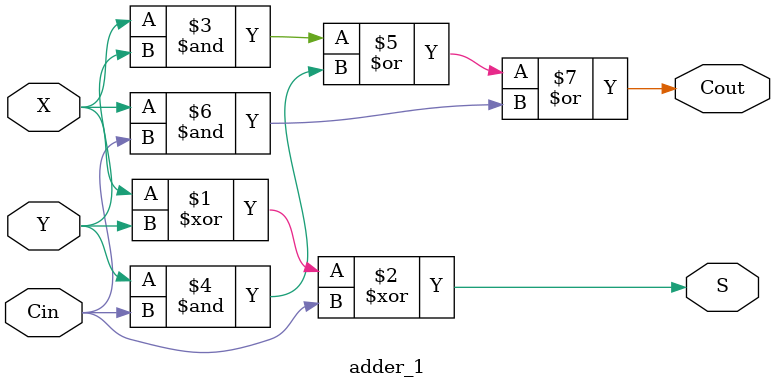
<source format=v>
module adder_1 (
    input  X,
    input  Y,
    input  Cin,
    output S,
    output Cout
);
    assign S = X ^ Y ^ Cin;
    assign Cout = (X & Y) | (Y & Cin) | (X & Cin);
endmodule

</source>
